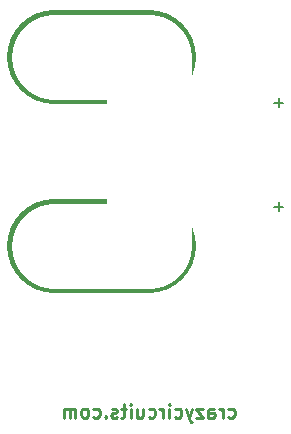
<source format=gbo>
%TF.GenerationSoftware,KiCad,Pcbnew,4.0.5-e0-6337~49~ubuntu16.04.1*%
%TF.CreationDate,2017-02-13T12:15:48-08:00*%
%TF.ProjectId,LegoLED-SMTButton-Battery,4C65676F4C45442D534D54427574746F,1.0*%
%TF.FileFunction,Legend,Bot*%
%FSLAX46Y46*%
G04 Gerber Fmt 4.6, Leading zero omitted, Abs format (unit mm)*
G04 Created by KiCad (PCBNEW 4.0.5-e0-6337~49~ubuntu16.04.1) date Mon Feb 13 12:15:48 2017*
%MOMM*%
%LPD*%
G01*
G04 APERTURE LIST*
%ADD10C,0.350000*%
%ADD11C,8.000000*%
%ADD12C,0.254000*%
%ADD13C,0.150000*%
%ADD14C,7.000000*%
%ADD15C,7.200000*%
%ADD16R,2.152400X2.052400*%
%ADD17C,2.052400*%
%ADD18C,6.152400*%
%ADD19C,5.132400*%
G04 APERTURE END LIST*
D10*
D11*
X60813400Y-95222000D02*
X68813400Y-95222000D01*
X60813400Y-79222000D02*
X68813400Y-79222000D01*
D12*
X75555328Y-109681643D02*
X75664185Y-109736071D01*
X75881899Y-109736071D01*
X75990757Y-109681643D01*
X76045185Y-109627214D01*
X76099614Y-109518357D01*
X76099614Y-109191786D01*
X76045185Y-109082929D01*
X75990757Y-109028500D01*
X75881899Y-108974071D01*
X75664185Y-108974071D01*
X75555328Y-109028500D01*
X75065471Y-109736071D02*
X75065471Y-108974071D01*
X75065471Y-109191786D02*
X75011043Y-109082929D01*
X74956614Y-109028500D01*
X74847757Y-108974071D01*
X74738900Y-108974071D01*
X73868043Y-109736071D02*
X73868043Y-109137357D01*
X73922472Y-109028500D01*
X74031329Y-108974071D01*
X74249043Y-108974071D01*
X74357900Y-109028500D01*
X73868043Y-109681643D02*
X73976900Y-109736071D01*
X74249043Y-109736071D01*
X74357900Y-109681643D01*
X74412329Y-109572786D01*
X74412329Y-109463929D01*
X74357900Y-109355071D01*
X74249043Y-109300643D01*
X73976900Y-109300643D01*
X73868043Y-109246214D01*
X73432614Y-108974071D02*
X72833900Y-108974071D01*
X73432614Y-109736071D01*
X72833900Y-109736071D01*
X72507328Y-108974071D02*
X72235185Y-109736071D01*
X71963043Y-108974071D02*
X72235185Y-109736071D01*
X72344043Y-110008214D01*
X72398471Y-110062643D01*
X72507328Y-110117071D01*
X71037757Y-109681643D02*
X71146614Y-109736071D01*
X71364328Y-109736071D01*
X71473186Y-109681643D01*
X71527614Y-109627214D01*
X71582043Y-109518357D01*
X71582043Y-109191786D01*
X71527614Y-109082929D01*
X71473186Y-109028500D01*
X71364328Y-108974071D01*
X71146614Y-108974071D01*
X71037757Y-109028500D01*
X70547900Y-109736071D02*
X70547900Y-108974071D01*
X70547900Y-108593071D02*
X70602329Y-108647500D01*
X70547900Y-108701929D01*
X70493472Y-108647500D01*
X70547900Y-108593071D01*
X70547900Y-108701929D01*
X70003614Y-109736071D02*
X70003614Y-108974071D01*
X70003614Y-109191786D02*
X69949186Y-109082929D01*
X69894757Y-109028500D01*
X69785900Y-108974071D01*
X69677043Y-108974071D01*
X68806186Y-109681643D02*
X68915043Y-109736071D01*
X69132757Y-109736071D01*
X69241615Y-109681643D01*
X69296043Y-109627214D01*
X69350472Y-109518357D01*
X69350472Y-109191786D01*
X69296043Y-109082929D01*
X69241615Y-109028500D01*
X69132757Y-108974071D01*
X68915043Y-108974071D01*
X68806186Y-109028500D01*
X67826472Y-108974071D02*
X67826472Y-109736071D01*
X68316329Y-108974071D02*
X68316329Y-109572786D01*
X68261901Y-109681643D01*
X68153043Y-109736071D01*
X67989758Y-109736071D01*
X67880901Y-109681643D01*
X67826472Y-109627214D01*
X67282186Y-109736071D02*
X67282186Y-108974071D01*
X67282186Y-108593071D02*
X67336615Y-108647500D01*
X67282186Y-108701929D01*
X67227758Y-108647500D01*
X67282186Y-108593071D01*
X67282186Y-108701929D01*
X66901186Y-108974071D02*
X66465757Y-108974071D01*
X66737900Y-108593071D02*
X66737900Y-109572786D01*
X66683472Y-109681643D01*
X66574614Y-109736071D01*
X66465757Y-109736071D01*
X66139186Y-109681643D02*
X66030329Y-109736071D01*
X65812614Y-109736071D01*
X65703757Y-109681643D01*
X65649329Y-109572786D01*
X65649329Y-109518357D01*
X65703757Y-109409500D01*
X65812614Y-109355071D01*
X65975900Y-109355071D01*
X66084757Y-109300643D01*
X66139186Y-109191786D01*
X66139186Y-109137357D01*
X66084757Y-109028500D01*
X65975900Y-108974071D01*
X65812614Y-108974071D01*
X65703757Y-109028500D01*
X65159471Y-109627214D02*
X65105043Y-109681643D01*
X65159471Y-109736071D01*
X65213900Y-109681643D01*
X65159471Y-109627214D01*
X65159471Y-109736071D01*
X64125328Y-109681643D02*
X64234185Y-109736071D01*
X64451899Y-109736071D01*
X64560757Y-109681643D01*
X64615185Y-109627214D01*
X64669614Y-109518357D01*
X64669614Y-109191786D01*
X64615185Y-109082929D01*
X64560757Y-109028500D01*
X64451899Y-108974071D01*
X64234185Y-108974071D01*
X64125328Y-109028500D01*
X63472185Y-109736071D02*
X63581043Y-109681643D01*
X63635471Y-109627214D01*
X63689900Y-109518357D01*
X63689900Y-109191786D01*
X63635471Y-109082929D01*
X63581043Y-109028500D01*
X63472185Y-108974071D01*
X63308900Y-108974071D01*
X63200043Y-109028500D01*
X63145614Y-109082929D01*
X63091185Y-109191786D01*
X63091185Y-109518357D01*
X63145614Y-109627214D01*
X63200043Y-109681643D01*
X63308900Y-109736071D01*
X63472185Y-109736071D01*
X62601328Y-109736071D02*
X62601328Y-108974071D01*
X62601328Y-109082929D02*
X62546900Y-109028500D01*
X62438042Y-108974071D01*
X62274757Y-108974071D01*
X62165900Y-109028500D01*
X62111471Y-109137357D01*
X62111471Y-109736071D01*
X62111471Y-109137357D02*
X62057042Y-109028500D01*
X61948185Y-108974071D01*
X61784900Y-108974071D01*
X61676042Y-109028500D01*
X61621614Y-109137357D01*
X61621614Y-109736071D01*
D13*
X80194352Y-91893429D02*
X79432447Y-91893429D01*
X79813399Y-92274381D02*
X79813399Y-91512476D01*
X80194352Y-83093429D02*
X79432447Y-83093429D01*
X79813399Y-83474381D02*
X79813399Y-82712476D01*
%LPC*%
D14*
X87003400Y-113212000D02*
X95003400Y-113212000D01*
X87003400Y-105212000D02*
X95003400Y-105212000D01*
D15*
X95003400Y-79102000D02*
X95003400Y-95202000D01*
X86903400Y-79202000D02*
X86903400Y-95302000D01*
X68813400Y-79222000D02*
X60813400Y-79222000D01*
X68813400Y-95222000D02*
X68813400Y-79222000D01*
X60813400Y-95222000D02*
X68813400Y-95222000D01*
X76813400Y-79222000D02*
X76813400Y-79622000D01*
X76913400Y-95322000D02*
X76913400Y-94922000D01*
D16*
X91003400Y-110212000D03*
D17*
X91003400Y-107672000D03*
D18*
X95003400Y-105212000D03*
X95003400Y-113212000D03*
X87003400Y-113212000D03*
X87003400Y-105212000D03*
X87003400Y-95202000D03*
X87003400Y-87202000D03*
X95003400Y-87202000D03*
X95003400Y-95202000D03*
X87003400Y-79202000D03*
X95003400Y-79202000D03*
D19*
X68813400Y-87222000D03*
D18*
X60813400Y-79222000D03*
D19*
X68813400Y-79222000D03*
D18*
X76813400Y-79222000D03*
X60813400Y-95222000D03*
D19*
X68813400Y-95222000D03*
D18*
X76813400Y-95222000D03*
M02*

</source>
